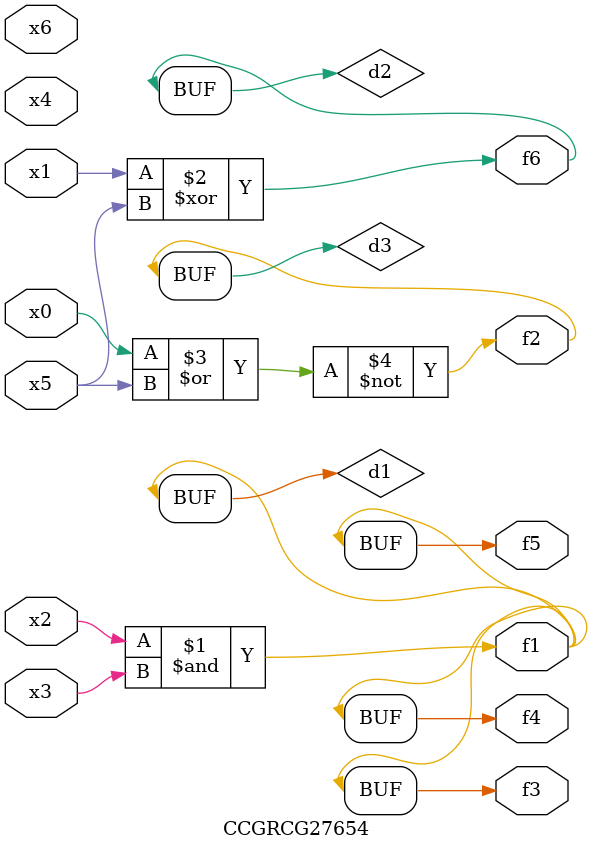
<source format=v>
module CCGRCG27654(
	input x0, x1, x2, x3, x4, x5, x6,
	output f1, f2, f3, f4, f5, f6
);

	wire d1, d2, d3;

	and (d1, x2, x3);
	xor (d2, x1, x5);
	nor (d3, x0, x5);
	assign f1 = d1;
	assign f2 = d3;
	assign f3 = d1;
	assign f4 = d1;
	assign f5 = d1;
	assign f6 = d2;
endmodule

</source>
